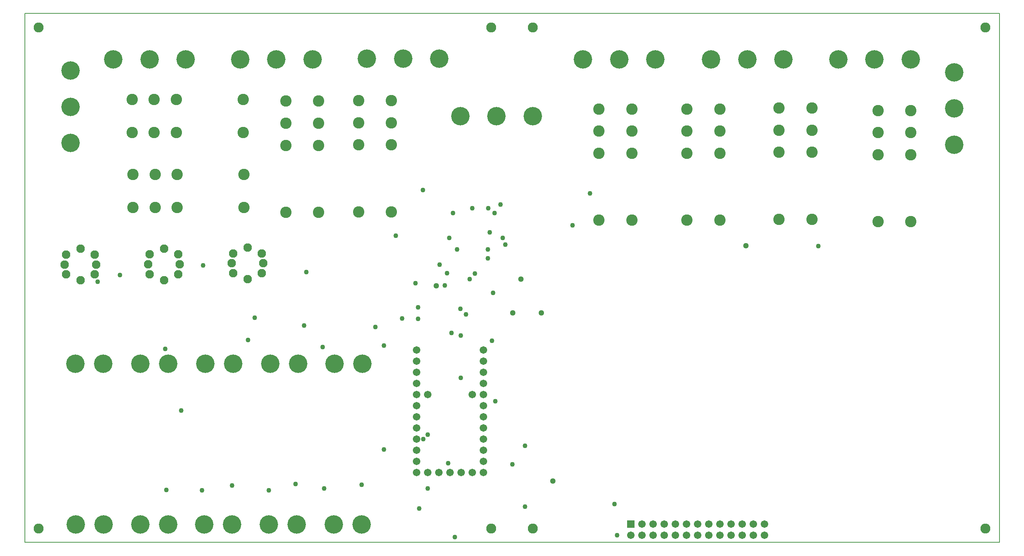
<source format=gbr>
G04 DipTrace 2.2.9.0 beta*
%INBottomMask.gbr*%
%MOIN*%
%ADD11C,0.006*%
%ADD18C,0.0433*%
%ADD38C,0.09*%
%ADD41C,0.0512*%
%ADD43R,0.0671X0.0671*%
%ADD45C,0.0671*%
%ADD46C,0.1025*%
%ADD48C,0.0769*%
%ADD52C,0.1655*%
%FSLAX44Y44*%
G04*
G70*
G90*
G75*
G01*
%LNBotMask*%
%LPD*%
D41*
X40879Y26981D3*
X47769Y24540D3*
D18*
X12488Y27957D3*
X42245Y22744D3*
X45875Y22061D3*
X57119Y4596D3*
X25863Y8635D3*
X47733Y10950D3*
X30831Y8773D3*
X35407Y23276D3*
X23980Y22126D3*
X39363Y6991D3*
X40131Y8792D3*
X19855Y8635D3*
X29027Y23427D3*
X19949Y28818D3*
X46197Y16624D3*
X17976Y15802D3*
X16563Y21319D3*
X41970Y11042D3*
X42540Y4408D3*
X43556Y24422D3*
X37827Y24053D3*
X42402Y33519D3*
X46116D3*
X29226Y28229D3*
X24571Y24120D3*
X36175Y21634D3*
X36194Y12296D3*
X43078Y18708D3*
D41*
X50328Y24540D3*
D18*
X43044Y24934D3*
X44359Y28075D3*
X41848Y28131D3*
X39698Y35598D3*
X43078Y22508D3*
X56903Y7389D3*
X44107Y33950D3*
X45570Y33965D3*
X37267Y31491D3*
X42060Y31273D3*
X46863D3*
X16662Y8658D3*
X42769Y30249D3*
X45525D3*
X41188Y28899D3*
X54699Y35302D3*
X75191Y30548D3*
X39028Y27213D3*
X53132Y32429D3*
X39265Y24029D3*
Y25052D3*
X45985Y26342D3*
X30701Y21476D3*
X34177Y9137D3*
X28240Y9186D3*
X22566Y9068D3*
X10498Y27367D3*
X48850Y7143D3*
Y12628D3*
X39717Y13215D3*
X46645Y34300D3*
X45682Y31784D3*
X47099Y30682D3*
X45521Y29470D3*
X43895Y27586D3*
X41666Y27021D3*
X40127Y13628D3*
D41*
X48477Y27572D3*
X51344Y9439D3*
X68698Y30586D3*
D52*
X8044Y39816D3*
Y43064D3*
Y46312D3*
X34257Y20000D3*
X31757D3*
X28476D3*
X25976D3*
X22662D3*
X20162D3*
X16834D3*
X14334D3*
X10992D3*
X8492D3*
X31677Y5550D3*
X34177D3*
X25863D3*
X28363D3*
X20066D3*
X22566D3*
X14310D3*
X16810D3*
X8518D3*
X11018D3*
X49550Y42235D3*
X46302D3*
X43054D3*
D48*
X10220Y29786D3*
X8940Y30317D3*
X7660Y29786D3*
Y28014D3*
X8940Y27483D3*
X10220Y28014D3*
X10357Y28900D3*
X7523D3*
X17720Y29806D3*
X16440Y30337D3*
X15160Y29806D3*
Y28034D3*
X16440Y27503D3*
X17720Y28034D3*
X17857Y28920D3*
X15023D3*
X22660Y28124D3*
X23940Y27593D3*
X25220Y28124D3*
Y29896D3*
X23940Y30427D3*
X22660Y29896D3*
X22523Y29010D3*
X25357D3*
D46*
X23635Y34029D3*
Y36981D3*
X17627Y34029D3*
X15643D3*
X13659D3*
X17627Y36981D3*
X15643D3*
X13659D3*
D45*
X39127Y21215D3*
Y20215D3*
Y19215D3*
Y18215D3*
Y17215D3*
Y16215D3*
Y15215D3*
Y14215D3*
Y13215D3*
Y12215D3*
Y11215D3*
Y10215D3*
X40127D3*
X41127D3*
X42127D3*
X43127D3*
X44127D3*
X45127D3*
Y11215D3*
Y12215D3*
Y13215D3*
Y14215D3*
Y15215D3*
Y16215D3*
Y17215D3*
Y18215D3*
Y19215D3*
Y20215D3*
Y21215D3*
X44127Y17215D3*
X40127D3*
D46*
X23556Y40761D3*
Y43714D3*
X17548Y40761D3*
X15564D3*
X13580D3*
X17548Y43714D3*
X15564D3*
X13580D3*
X27375Y33596D3*
X30328D3*
X27375Y39603D3*
Y41588D3*
Y43572D3*
X30328Y39603D3*
Y41588D3*
Y43572D3*
X33910Y33635D3*
X36863D3*
X33910Y39643D3*
Y41627D3*
Y43611D3*
X36863Y39643D3*
Y41627D3*
Y43611D3*
X55487Y32887D3*
X58439D3*
X55487Y38895D3*
Y40879D3*
Y42863D3*
X58439Y38895D3*
Y40879D3*
Y42863D3*
X63400Y32887D3*
X66353D3*
X63400Y38895D3*
Y40879D3*
Y42863D3*
X66353Y38895D3*
Y40879D3*
Y42863D3*
X71668Y32966D3*
X74620D3*
X71668Y38973D3*
Y40958D3*
Y42942D3*
X74620Y38973D3*
Y40958D3*
Y42942D3*
X80540Y32761D3*
X83493D3*
X80540Y38769D3*
Y40753D3*
Y42737D3*
X83493Y38769D3*
Y40753D3*
Y42737D3*
D43*
X58340Y5596D3*
D45*
X59340D3*
X60340D3*
X61340D3*
X62340D3*
X63340D3*
X64340D3*
X65340D3*
X66340D3*
X67340D3*
X68340D3*
X69340D3*
X70340D3*
Y4596D3*
X69340D3*
X68340D3*
X67340D3*
X66340D3*
X65340D3*
X64340D3*
X63340D3*
X62340D3*
X61340D3*
X60340D3*
X59340D3*
X58340D3*
D52*
X11903Y47336D3*
X15151D3*
X18399D3*
X23281D3*
X26529D3*
X29777D3*
X34659Y47375D3*
X37907D3*
X41155D3*
X54068Y47336D3*
X57316D3*
X60564D3*
X65564D3*
X68812D3*
X72060D3*
X76981D3*
X80229D3*
X83477D3*
X87375Y46155D3*
Y42907D3*
Y39659D3*
D38*
X5190Y5190D3*
X49565Y50190D3*
Y5190D3*
X90190D3*
Y50190D3*
X45815Y5190D3*
Y50190D3*
X5190D3*
%LNBoardOutline*%
X3940Y3940D2*
D11*
X91440D1*
Y51440D1*
X3940D1*
Y3940D1*
M02*

</source>
